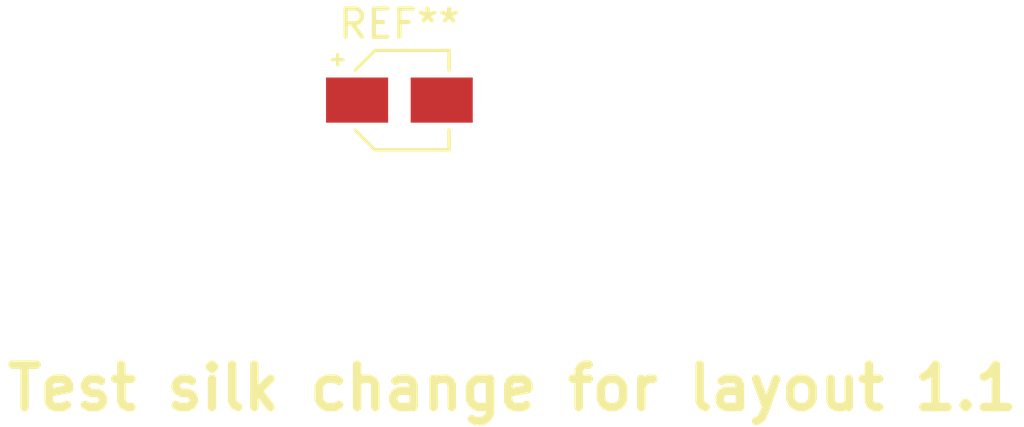
<source format=kicad_pcb>
(kicad_pcb (version 20171130) (host pcbnew "(5.1.4)-1")

  (general
    (thickness 1.6)
    (drawings 1)
    (tracks 0)
    (zones 0)
    (modules 1)
    (nets 1)
  )

  (page A4)
  (title_block
    (title "Board Name")
    (date 2019-12-21)
    (rev 1.1)
    (company "XXXX Ltd")
    (comment 1 PTXXXX)
  )

  (layers
    (0 F.Cu signal)
    (31 B.Cu signal)
    (32 B.Adhes user)
    (33 F.Adhes user)
    (34 B.Paste user)
    (35 F.Paste user)
    (36 B.SilkS user)
    (37 F.SilkS user)
    (38 B.Mask user)
    (39 F.Mask user)
    (40 Dwgs.User user)
    (41 Cmts.User user)
    (42 Eco1.User user)
    (43 Eco2.User user)
    (44 Edge.Cuts user)
    (45 Margin user)
    (46 B.CrtYd user)
    (47 F.CrtYd user)
    (48 B.Fab user)
    (49 F.Fab user)
  )

  (setup
    (last_trace_width 0.25)
    (trace_clearance 0.2)
    (zone_clearance 0.508)
    (zone_45_only no)
    (trace_min 0.2)
    (via_size 0.8)
    (via_drill 0.4)
    (via_min_size 0.4)
    (via_min_drill 0.3)
    (uvia_size 0.3)
    (uvia_drill 0.1)
    (uvias_allowed no)
    (uvia_min_size 0.2)
    (uvia_min_drill 0.1)
    (edge_width 0.05)
    (segment_width 0.2)
    (pcb_text_width 0.3)
    (pcb_text_size 1.5 1.5)
    (mod_edge_width 0.12)
    (mod_text_size 1 1)
    (mod_text_width 0.15)
    (pad_size 1.524 1.524)
    (pad_drill 0.762)
    (pad_to_mask_clearance 0.051)
    (solder_mask_min_width 0.25)
    (aux_axis_origin 0 0)
    (visible_elements 7FFFFFFF)
    (pcbplotparams
      (layerselection 0x010fc_ffffffff)
      (usegerberextensions false)
      (usegerberattributes false)
      (usegerberadvancedattributes false)
      (creategerberjobfile false)
      (excludeedgelayer true)
      (linewidth 0.100000)
      (plotframeref false)
      (viasonmask false)
      (mode 1)
      (useauxorigin false)
      (hpglpennumber 1)
      (hpglpenspeed 20)
      (hpglpendiameter 15.000000)
      (psnegative false)
      (psa4output false)
      (plotreference true)
      (plotvalue true)
      (plotinvisibletext false)
      (padsonsilk false)
      (subtractmaskfromsilk false)
      (outputformat 1)
      (mirror false)
      (drillshape 1)
      (scaleselection 1)
      (outputdirectory ""))
  )

  (net 0 "")

  (net_class Default "This is the default net class."
    (clearance 0.2)
    (trace_width 0.25)
    (via_dia 0.8)
    (via_drill 0.4)
    (uvia_dia 0.3)
    (uvia_drill 0.1)
  )

  (module Capacitor_SMD:CP_Elec_3x5.3 (layer F.Cu) (tedit 5B303299) (tstamp 5E3D56B5)
    (at 120.1 79.5)
    (descr "SMT capacitor, aluminium electrolytic, 3x5.3, Cornell Dubilier Electronics ")
    (tags "Capacitor Electrolytic")
    (attr smd)
    (fp_text reference REF** (at 0 -2.7) (layer F.SilkS)
      (effects (font (size 1 1) (thickness 0.15)))
    )
    (fp_text value CP_Elec_3x5.3 (at 0 2.7) (layer F.Fab)
      (effects (font (size 1 1) (thickness 0.15)))
    )
    (fp_text user %R (at 0 0) (layer F.Fab)
      (effects (font (size 0.6 0.6) (thickness 0.09)))
    )
    (fp_line (start -2.85 1.05) (end -1.78 1.05) (layer F.CrtYd) (width 0.05))
    (fp_line (start -2.85 -1.05) (end -2.85 1.05) (layer F.CrtYd) (width 0.05))
    (fp_line (start -1.78 -1.05) (end -2.85 -1.05) (layer F.CrtYd) (width 0.05))
    (fp_line (start -1.78 -1.05) (end -0.93 -1.9) (layer F.CrtYd) (width 0.05))
    (fp_line (start -1.78 1.05) (end -0.93 1.9) (layer F.CrtYd) (width 0.05))
    (fp_line (start -0.93 -1.9) (end 1.9 -1.9) (layer F.CrtYd) (width 0.05))
    (fp_line (start -0.93 1.9) (end 1.9 1.9) (layer F.CrtYd) (width 0.05))
    (fp_line (start 1.9 1.05) (end 1.9 1.9) (layer F.CrtYd) (width 0.05))
    (fp_line (start 2.85 1.05) (end 1.9 1.05) (layer F.CrtYd) (width 0.05))
    (fp_line (start 2.85 -1.05) (end 2.85 1.05) (layer F.CrtYd) (width 0.05))
    (fp_line (start 1.9 -1.05) (end 2.85 -1.05) (layer F.CrtYd) (width 0.05))
    (fp_line (start 1.9 -1.9) (end 1.9 -1.05) (layer F.CrtYd) (width 0.05))
    (fp_line (start -2.1875 -1.6225) (end -2.1875 -1.2475) (layer F.SilkS) (width 0.12))
    (fp_line (start -2.375 -1.435) (end -2 -1.435) (layer F.SilkS) (width 0.12))
    (fp_line (start -1.570563 1.06) (end -0.870563 1.76) (layer F.SilkS) (width 0.12))
    (fp_line (start -1.570563 -1.06) (end -0.870563 -1.76) (layer F.SilkS) (width 0.12))
    (fp_line (start -0.870563 1.76) (end 1.76 1.76) (layer F.SilkS) (width 0.12))
    (fp_line (start -0.870563 -1.76) (end 1.76 -1.76) (layer F.SilkS) (width 0.12))
    (fp_line (start 1.76 -1.76) (end 1.76 -1.06) (layer F.SilkS) (width 0.12))
    (fp_line (start 1.76 1.76) (end 1.76 1.06) (layer F.SilkS) (width 0.12))
    (fp_line (start -0.960469 -0.95) (end -0.960469 -0.65) (layer F.Fab) (width 0.1))
    (fp_line (start -1.110469 -0.8) (end -0.810469 -0.8) (layer F.Fab) (width 0.1))
    (fp_line (start -1.65 0.825) (end -0.825 1.65) (layer F.Fab) (width 0.1))
    (fp_line (start -1.65 -0.825) (end -0.825 -1.65) (layer F.Fab) (width 0.1))
    (fp_line (start -1.65 -0.825) (end -1.65 0.825) (layer F.Fab) (width 0.1))
    (fp_line (start -0.825 1.65) (end 1.65 1.65) (layer F.Fab) (width 0.1))
    (fp_line (start -0.825 -1.65) (end 1.65 -1.65) (layer F.Fab) (width 0.1))
    (fp_line (start 1.65 -1.65) (end 1.65 1.65) (layer F.Fab) (width 0.1))
    (fp_circle (center 0 0) (end 1.5 0) (layer F.Fab) (width 0.1))
    (pad 2 smd rect (at 1.5 0) (size 2.2 1.6) (layers F.Cu F.Paste F.Mask))
    (pad 1 smd rect (at -1.5 0) (size 2.2 1.6) (layers F.Cu F.Paste F.Mask))
    (model ${KISYS3DMOD}/Capacitor_SMD.3dshapes/CP_Elec_3x5.3.wrl
      (at (xyz 0 0 0))
      (scale (xyz 1 1 1))
      (rotate (xyz 0 0 0))
    )
  )

  (gr_text "Test silk change for layout 1.1" (at 124.1 89.7) (layer F.SilkS)
    (effects (font (size 1.5 1.5) (thickness 0.3)))
  )

)

</source>
